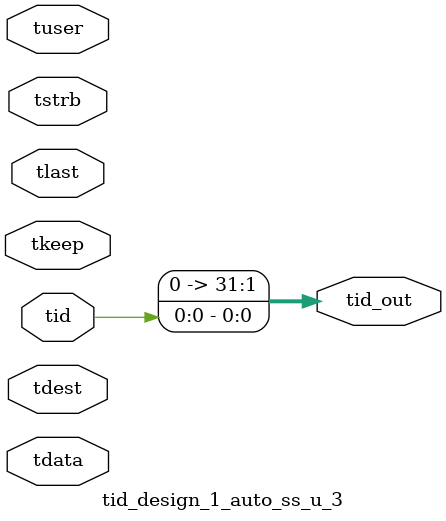
<source format=v>


`timescale 1ps/1ps

module tid_design_1_auto_ss_u_3 #
(
parameter C_S_AXIS_TID_WIDTH   = 1,
parameter C_S_AXIS_TUSER_WIDTH = 0,
parameter C_S_AXIS_TDATA_WIDTH = 0,
parameter C_S_AXIS_TDEST_WIDTH = 0,
parameter C_M_AXIS_TID_WIDTH   = 32
)
(
input  [(C_S_AXIS_TID_WIDTH   == 0 ? 1 : C_S_AXIS_TID_WIDTH)-1:0       ] tid,
input  [(C_S_AXIS_TDATA_WIDTH == 0 ? 1 : C_S_AXIS_TDATA_WIDTH)-1:0     ] tdata,
input  [(C_S_AXIS_TUSER_WIDTH == 0 ? 1 : C_S_AXIS_TUSER_WIDTH)-1:0     ] tuser,
input  [(C_S_AXIS_TDEST_WIDTH == 0 ? 1 : C_S_AXIS_TDEST_WIDTH)-1:0     ] tdest,
input  [(C_S_AXIS_TDATA_WIDTH/8)-1:0 ] tkeep,
input  [(C_S_AXIS_TDATA_WIDTH/8)-1:0 ] tstrb,
input                                                                    tlast,
output [(C_M_AXIS_TID_WIDTH   == 0 ? 1 : C_M_AXIS_TID_WIDTH)-1:0       ] tid_out
);

assign tid_out = {tid[0:0]};

endmodule


</source>
